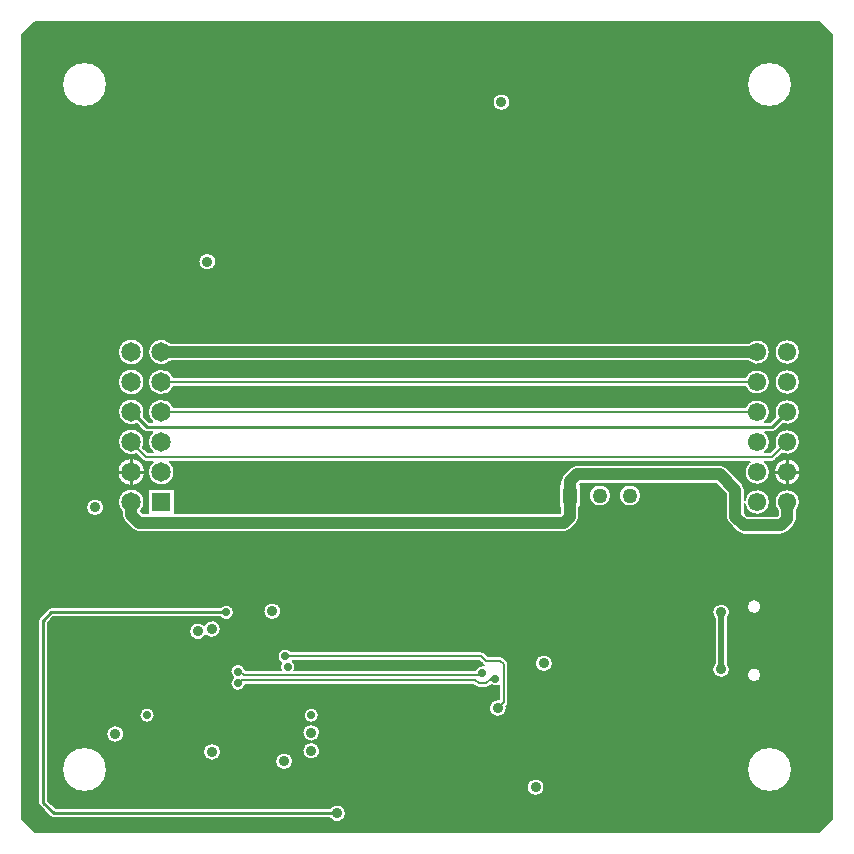
<source format=gbr>
G04 DesignSpark PCB PRO Gerber Version 10.0 Build 5299*
G04 #@! TF.Part,Single*
G04 #@! TF.FileFunction,Copper,L4,Bot*
G04 #@! TF.FilePolarity,Positive*
%FSLAX35Y35*%
%MOIN*%
G04 #@! TA.AperFunction,ComponentPad*
%ADD89R,0.05020X0.05020*%
%ADD29R,0.06496X0.06496*%
G04 #@! TD.AperFunction*
%ADD19C,0.00787*%
%ADD22C,0.00984*%
%ADD21C,0.01000*%
%ADD23C,0.01969*%
G04 #@! TA.AperFunction,ViaPad*
%ADD26C,0.02756*%
%ADD24C,0.03543*%
G04 #@! TD.AperFunction*
%ADD130C,0.03937*%
G04 #@! TA.AperFunction,ComponentPad*
%ADD90C,0.05020*%
%ADD28C,0.06102*%
%ADD72C,0.06496*%
G04 #@! TD.AperFunction*
X0Y0D02*
D02*
D19*
X14705Y268984D02*
Y7394D01*
X19061Y3037D01*
X280651D01*
X285008Y7394D01*
Y268984D01*
X280651Y273341D01*
X19061D01*
X14705Y268984D01*
X117502Y11122D02*
G75*
G02*
X122888Y9449I2433J-1673D01*
G01*
G75*
G02*
X117502Y7776I-2953J0D01*
G01*
X25447D01*
G75*
G02*
X24262Y8268I0J1673D01*
G01*
X20722Y11807D01*
G75*
G02*
X20230Y12992I1181J1185D01*
G01*
Y73619D01*
G75*
G02*
Y73621I793J2D01*
G01*
G75*
G02*
Y73622I683J0D01*
G01*
G75*
G02*
X20720Y74805I1673J0D01*
G01*
X23476Y77561D01*
G75*
G02*
X24663Y78051I1183J-1183D01*
G01*
X80991D01*
G75*
G02*
X85486Y76378I1936J-1673D01*
G01*
G75*
G02*
X80991Y74705I-2559J0D01*
G01*
X25352D01*
X23577Y72929D01*
Y13685D01*
X26140Y11122D01*
X117502D01*
X176560Y60169D02*
G75*
G02*
X177022Y59055I-1113J-1114D01*
G01*
Y46457D01*
G75*
G02*
X176560Y45343I-1575J0D01*
G01*
X176358Y45141D01*
G75*
G02*
X176431Y44488I-2880J-652D01*
G01*
G75*
G02*
X170526I-2953J0D01*
G01*
G75*
G02*
X173872Y47415I2953J0D01*
G01*
Y52061D01*
G75*
G02*
X171237Y52225I-1181J2270D01*
G01*
X170655Y51643D01*
G75*
G02*
X169539Y51181I-1114J1113D01*
G01*
X167181D01*
G75*
G02*
X166066Y51643I-2J1575D01*
G01*
X165346Y52362D01*
X89393D01*
G75*
G02*
X84305Y52756I-2529J394D01*
G01*
G75*
G02*
X85229Y54724I2559J0D01*
G01*
G75*
G02*
X84305Y56693I1635J1969D01*
G01*
G75*
G02*
X89373Y57199I2559J0D01*
G01*
X89485Y57087D01*
X101130D01*
G75*
G02*
X101245Y59648I2270J1181D01*
G01*
G75*
G02*
X100053Y61811I1367J2163D01*
G01*
G75*
G02*
X104629Y63386I2559J0D01*
G01*
X167964D01*
G75*
G02*
X169080Y62924I2J-1575D01*
G01*
X170194Y61811D01*
X174263D01*
G75*
G02*
X175379Y61350I2J-1575D01*
G01*
X176560Y60169D01*
X99266Y26772D02*
G75*
G02*
X105171I2953J0D01*
G01*
G75*
G02*
X99266I-2953J0D01*
G01*
X111274Y33268D02*
G75*
G02*
X114226Y30315I0J-2953D01*
G01*
G75*
G02*
X108321I-2953J0D01*
G01*
G75*
G02*
X111274Y33268I2953J0D01*
G01*
X108321Y36220D02*
G75*
G02*
X114226I2953J0D01*
G01*
G75*
G02*
X111274Y33268I-2953J0D01*
G01*
G75*
G02*
X108321Y36220I0J2953D01*
G01*
X108715Y42126D02*
G75*
G02*
X113833I2559J0D01*
G01*
G75*
G02*
X108715I-2559J0D01*
G01*
X28203Y24016D02*
G75*
G02*
X43163I7480J0D01*
G01*
G75*
G02*
X28203I-7480J0D01*
G01*
X42967Y35827D02*
G75*
G02*
X48872I2953J0D01*
G01*
G75*
G02*
X42967I-2953J0D01*
G01*
X53990Y42126D02*
G75*
G02*
X59108I2559J0D01*
G01*
G75*
G02*
X53990I-2559J0D01*
G01*
X75557Y72176D02*
G75*
G02*
X81156Y70866I2646J-1310D01*
G01*
G75*
G02*
X76124Y68769I-2953J0D01*
G01*
G75*
G02*
X70526Y70079I-2646J1310D01*
G01*
G75*
G02*
X75557Y72176I2953J0D01*
G01*
X75250Y29921D02*
G75*
G02*
X81156I2953J0D01*
G01*
G75*
G02*
X75250I-2953J0D01*
G01*
X28203Y252362D02*
G75*
G02*
X43163I7480J0D01*
G01*
G75*
G02*
X28203I-7480J0D01*
G01*
X36274Y111417D02*
G75*
G02*
X42179I2953J0D01*
G01*
G75*
G02*
X36274I-2953J0D01*
G01*
X46632Y123189D02*
G75*
G02*
X55915I4642J0D01*
G01*
G75*
G02*
X46632I-4642J0D01*
G01*
X265703Y113189D02*
G75*
G02*
X274167I4232J0D01*
G01*
G75*
G02*
X273085Y110362I-4233J0D01*
G01*
Y107480D01*
G75*
G02*
X272159Y105250I-3150J0D01*
G01*
X270196Y103287D01*
G75*
G02*
X267967Y102362I-2230J2224D01*
G01*
X255372D01*
G75*
G02*
X253141Y103285I-4J3150D01*
G01*
X250385Y106041D01*
G75*
G02*
X249463Y108268I2227J2227D01*
G01*
G75*
G02*
Y108269I1327J1D01*
G01*
G75*
G02*
Y108272I1195J2D01*
G01*
Y116018D01*
X246189Y119291D01*
X201161D01*
X200915Y119045D01*
X201185D01*
Y111663D01*
X200644D01*
Y108268D01*
G75*
G02*
X199719Y106038I-3150J0D01*
G01*
X197756Y104075D01*
G75*
G02*
X195526Y103150I-2230J2224D01*
G01*
X53793D01*
G75*
G02*
X51563Y104075I0J3150D01*
G01*
X49049Y106589D01*
G75*
G02*
X48124Y108819I2224J2230D01*
G01*
Y110075D01*
G75*
G02*
X46844Y113189I3150J3114D01*
G01*
G75*
G02*
X55703I4429J0D01*
G01*
G75*
G02*
X54447Y110100I-4429J0D01*
G01*
X55098Y109449D01*
X56844D01*
Y117618D01*
X65703D01*
Y109449D01*
X194221D01*
X194344Y109572D01*
Y111663D01*
X193803D01*
Y119045D01*
X194344D01*
Y120074D01*
G75*
G02*
Y120078I1211J2D01*
G01*
G75*
G02*
Y120079I1410J1D01*
G01*
G75*
G02*
X195267Y122306I3150J0D01*
G01*
X197629Y124668D01*
G75*
G02*
X199861Y125591I2227J-2227D01*
G01*
X247494D01*
G75*
G02*
X249724Y124665I0J-3150D01*
G01*
X254837Y119553D01*
G75*
G02*
X255762Y117323I-2224J-2230D01*
G01*
Y113894D01*
G75*
G02*
X264167Y113189I4173J-705D01*
G01*
G75*
G02*
X255762Y112484I-4232J0D01*
G01*
Y109572D01*
X256673Y108661D01*
X266662D01*
X266785Y108785D01*
Y110362D01*
G75*
G02*
X265703Y113189I3150J2827D01*
G01*
X256439Y55551D02*
G75*
G02*
X261360I2461J0D01*
G01*
G75*
G02*
X256439I-2461J0D01*
G01*
X256549Y24016D02*
G75*
G02*
X271510I7480J0D01*
G01*
G75*
G02*
X256549I-7480J0D01*
G01*
X256439Y78307D02*
G75*
G02*
X261360I2461J0D01*
G01*
G75*
G02*
X256439I-2461J0D01*
G01*
X203803Y115354D02*
G75*
G02*
X211185I3691J0D01*
G01*
G75*
G02*
X203803I-3691J0D01*
G01*
X213803D02*
G75*
G02*
X221185I3691J0D01*
G01*
G75*
G02*
X213803I-3691J0D01*
G01*
X244935Y76378D02*
G75*
G02*
X250841I2953J0D01*
G01*
G75*
G02*
X250053Y74370I-2953J0D01*
G01*
Y59488D01*
G75*
G02*
X250841Y57480I-2165J-2007D01*
G01*
G75*
G02*
X244935I-2953J0D01*
G01*
G75*
G02*
X245722Y59488I2953J0D01*
G01*
Y74370D01*
G75*
G02*
X244935Y76378I2165J2007D01*
G01*
X95329Y76772D02*
G75*
G02*
X101234I2953J0D01*
G01*
G75*
G02*
X95329I-2953J0D01*
G01*
X183124Y18110D02*
G75*
G02*
X189030I2953J0D01*
G01*
G75*
G02*
X183124I-2953J0D01*
G01*
X185880Y59449D02*
G75*
G02*
X191785I2953J0D01*
G01*
G75*
G02*
X185880I-2953J0D01*
G01*
X265703Y143189D02*
G75*
G02*
X274167I4232J0D01*
G01*
G75*
G02*
X268369Y139257I-4232J0D01*
G01*
X266120Y137008D01*
G75*
G02*
X264935Y136516I-1185J1181D01*
G01*
X262551D01*
G75*
G02*
X262366Y129724I-2616J-3327D01*
G01*
X264165D01*
X266020Y131580D01*
G75*
G02*
X265703Y133189I3915J1609D01*
G01*
G75*
G02*
X274167I4232J0D01*
G01*
G75*
G02*
X268216Y129322I-4232J0D01*
G01*
X265930Y127036D01*
G75*
G02*
X264815Y126575I-1114J1113D01*
G01*
X262474D01*
G75*
G02*
X264167Y123189I-2539J-3386D01*
G01*
G75*
G02*
X255703I-4232J0D01*
G01*
G75*
G02*
X257396Y126575I4232J0D01*
G01*
X64129D01*
G75*
G02*
X65703Y123189I-2856J-3386D01*
G01*
G75*
G02*
X56844I-4429J0D01*
G01*
G75*
G02*
X58418Y126575I4429J0D01*
G01*
X56079D01*
G75*
G02*
X54963Y127036I-2J1575D01*
G01*
X52922Y129078D01*
G75*
G02*
X46844Y133189I-1648J4111D01*
G01*
G75*
G02*
X55703I4429J0D01*
G01*
G75*
G02*
X55239Y131215I-4429J0D01*
G01*
X56729Y129724D01*
X58514D01*
G75*
G02*
X58350Y136516I2759J3465D01*
G01*
X56431D01*
G75*
G02*
X55246Y137008I0J1673D01*
G01*
X53100Y139154D01*
G75*
G02*
X46844Y143189I-1826J4035D01*
G01*
G75*
G02*
X55703I4429J0D01*
G01*
G75*
G02*
X55402Y141585I-4429J0D01*
G01*
X57124Y139862D01*
X58350D01*
G75*
G02*
X56844Y143189I2924J3327D01*
G01*
G75*
G02*
X65413Y144764I4429J0D01*
G01*
X256007D01*
G75*
G02*
X264167Y143189I3928J-1575D01*
G01*
G75*
G02*
X262551Y139862I-4232J0D01*
G01*
X264242D01*
X266003Y141623D01*
G75*
G02*
X265703Y143189I3932J1566D01*
G01*
X265490Y123189D02*
G75*
G02*
X274380I4445J0D01*
G01*
G75*
G02*
X265490I-4445J0D01*
G01*
X46844Y153189D02*
G75*
G02*
X55703I4429J0D01*
G01*
G75*
G02*
X46844I-4429J0D01*
G01*
Y163189D02*
G75*
G02*
X55703I4429J0D01*
G01*
G75*
G02*
X46844I-4429J0D01*
G01*
X256007Y154764D02*
G75*
G02*
X264167Y153189I3928J-1575D01*
G01*
G75*
G02*
X256007Y151614I-4232J0D01*
G01*
X65413D01*
G75*
G02*
X56844Y153189I-4140J1575D01*
G01*
G75*
G02*
X65413Y154764I4429J0D01*
G01*
X256007D01*
X257108Y166339D02*
G75*
G02*
X264167Y163189I2827J-3150D01*
G01*
G75*
G02*
X257108Y160039I-4232J0D01*
G01*
X64388D01*
G75*
G02*
X56844Y163189I-3114J3150D01*
G01*
G75*
G02*
X64388Y166339I4429J0D01*
G01*
X257108D01*
X73675Y193307D02*
G75*
G02*
X79581I2953J0D01*
G01*
G75*
G02*
X73675I-2953J0D01*
G01*
X171707Y246457D02*
G75*
G02*
X177612I2953J0D01*
G01*
G75*
G02*
X171707I-2953J0D01*
G01*
X256549Y252362D02*
G75*
G02*
X271510I7480J0D01*
G01*
G75*
G02*
X256549I-7480J0D01*
G01*
X265703Y153189D02*
G75*
G02*
X274167I4232J0D01*
G01*
G75*
G02*
X265703I-4232J0D01*
G01*
Y163189D02*
G75*
G02*
X274167I4232J0D01*
G01*
G75*
G02*
X265703I-4232J0D01*
G01*
X15098Y18110D02*
G36*
X15098Y18110D02*
Y7000D01*
X18668Y3431D01*
X281045D01*
X284614Y7000D01*
Y18110D01*
X268621D01*
G75*
G02*
X259438I-4591J5906D01*
G01*
X189030D01*
G75*
G02*
X183124I-2953J0D01*
G01*
X40274D01*
G75*
G02*
X31092I-4591J5906D01*
G01*
X23577D01*
Y13685D01*
X26140Y11122D01*
X117502D01*
G75*
G02*
X122888Y9449I2433J-1674D01*
G01*
G75*
G02*
X117502Y7776I-2953J0D01*
G01*
X25447D01*
G75*
G02*
X24262Y8268I0J1672D01*
G01*
X20722Y11807D01*
G75*
G02*
X20230Y12992I1181J1185D01*
G01*
Y18110D01*
X15098D01*
G37*
Y26772D02*
G36*
X15098Y26772D02*
Y18110D01*
X20230D01*
Y26772D01*
X15098D01*
G37*
X23577D02*
G36*
X23577Y26772D02*
Y18110D01*
X31092D01*
G75*
G02*
X28203Y24016I4591J5906D01*
G01*
G75*
G02*
X28729Y26772I7480J0D01*
G01*
X23577D01*
G37*
X43163Y24016D02*
G36*
X43163Y24016D02*
G75*
G02*
X40274Y18110I-7480J0D01*
G01*
X183124D01*
G75*
G02*
X189030I2953J0D01*
G01*
X259438D01*
G75*
G02*
X256549Y24016I4591J5906D01*
G01*
G75*
G02*
X257075Y26772I7480J0D01*
G01*
X105171D01*
G75*
G02*
X99266I-2953J0D01*
G01*
X42637D01*
G75*
G02*
X43163Y24016I-6954J-2756D01*
G01*
G37*
X271510D02*
G36*
X271510Y24016D02*
G75*
G02*
X268621Y18110I-7480J0D01*
G01*
X284614D01*
Y26772D01*
X270984D01*
G75*
G02*
X271510Y24016I-6954J-2756D01*
G01*
G37*
X15098Y30315D02*
G36*
X15098Y30315D02*
Y26772D01*
X20230D01*
Y30315D01*
X15098D01*
G37*
X23577D02*
G36*
X23577Y30315D02*
Y26772D01*
X28729D01*
G75*
G02*
X31649Y30315I6954J-2756D01*
G01*
X23577D01*
G37*
X39717D02*
G36*
X39717Y30315D02*
G75*
G02*
X42637Y26772I-4034J-6300D01*
G01*
X99266D01*
G75*
G02*
X105171I2953J0D01*
G01*
X257075D01*
G75*
G02*
X259995Y30315I6954J-2756D01*
G01*
X114226D01*
G75*
G02*
X108321I-2953J0D01*
G01*
X81129D01*
G75*
G02*
X81156Y29921I-2926J-394D01*
G01*
G75*
G02*
X75250I-2953J0D01*
G01*
G75*
G02*
X75276Y30315I2953J0D01*
G01*
X39717D01*
G37*
X268064D02*
G36*
X268064Y30315D02*
G75*
G02*
X270984Y26772I-4034J-6300D01*
G01*
X284614D01*
Y30315D01*
X268064D01*
G37*
X15098Y36220D02*
G36*
X15098Y36220D02*
Y30315D01*
X20230D01*
Y36220D01*
X15098D01*
G37*
X23577D02*
G36*
X23577Y36220D02*
Y30315D01*
X31649D01*
G75*
G02*
X39717I4034J-6299D01*
G01*
X75276D01*
G75*
G02*
X81129I2926J-394D01*
G01*
X108321D01*
G75*
G02*
X111274Y33268I2953J0D01*
G01*
G75*
G02*
X114226Y30315I0J-2953D01*
G01*
X259995D01*
G75*
G02*
X268064I4034J-6299D01*
G01*
X284614D01*
Y36220D01*
X114226D01*
G75*
G02*
X111274Y33268I-2953J0D01*
G01*
G75*
G02*
X108321Y36220I0J2953D01*
G01*
X48846D01*
G75*
G02*
X48872Y35827I-2926J-394D01*
G01*
G75*
G02*
X42967I-2953J0D01*
G01*
G75*
G02*
X42993Y36220I2953J0D01*
G01*
X23577D01*
G37*
X15098Y42717D02*
G36*
X15098Y42717D02*
Y36220D01*
X20230D01*
Y42717D01*
X15098D01*
G37*
X23577D02*
G36*
X23577Y42717D02*
Y36220D01*
X42993D01*
G75*
G02*
X48846I2926J-394D01*
G01*
X108321D01*
G75*
G02*
X114226I2953J0D01*
G01*
X284614D01*
Y42717D01*
X175841D01*
G75*
G02*
X171116I-2362J1772D01*
G01*
X113764D01*
G75*
G02*
X113833Y42126I-2490J-590D01*
G01*
G75*
G02*
X108715I-2559J0D01*
G01*
G75*
G02*
X108783Y42717I2559J1D01*
G01*
X59039D01*
G75*
G02*
X59108Y42126I-2490J-590D01*
G01*
G75*
G02*
X53990I-2559J0D01*
G01*
G75*
G02*
X54059Y42717I2559J1D01*
G01*
X23577D01*
G37*
X15098Y55551D02*
G36*
X15098Y55551D02*
Y42717D01*
X20230D01*
Y55551D01*
X15098D01*
G37*
X23577D02*
G36*
X23577Y55551D02*
Y42717D01*
X54059D01*
G75*
G02*
X59039I2490J-591D01*
G01*
X108783D01*
G75*
G02*
X113764I2490J-591D01*
G01*
X171116D01*
G75*
G02*
X170526Y44488I2362J1772D01*
G01*
G75*
G02*
X173872Y47415I2953J0D01*
G01*
Y52061D01*
G75*
G02*
X171237Y52225I-1181J2270D01*
G01*
X170655Y51643D01*
G75*
G02*
X169539Y51181I-1114J1115D01*
G01*
X167181D01*
G75*
G02*
X166066Y51643I-2J1576D01*
G01*
X165346Y52362D01*
X89393D01*
G75*
G02*
X84305Y52756I-2529J394D01*
G01*
G75*
G02*
X85229Y54724I2559J0D01*
G01*
G75*
G02*
X84574Y55551I1635J1968D01*
G01*
X23577D01*
G37*
X176431Y44488D02*
G36*
X176431Y44488D02*
G75*
G02*
X175841Y42717I-2953J0D01*
G01*
X284614D01*
Y55551D01*
X261360D01*
G75*
G02*
X256439I-2461J0D01*
G01*
X250123D01*
G75*
G02*
X245652I-2235J1929D01*
G01*
X177022D01*
Y46457D01*
G75*
G02*
X176560Y45343I-1575J0D01*
G01*
X176358Y45141D01*
G75*
G02*
X176431Y44491I-2865J-650D01*
G01*
G75*
G02*
Y44488I-3096J-1D01*
G01*
G37*
X15098Y59449D02*
G36*
X15098Y59449D02*
Y55551D01*
X20230D01*
Y59449D01*
X15098D01*
G37*
X23577D02*
G36*
X23577Y59449D02*
Y55551D01*
X84574D01*
G75*
G02*
X84305Y56693I2290J1142D01*
G01*
G75*
G02*
X89373Y57199I2559J0D01*
G01*
X89485Y57087D01*
X101130D01*
G75*
G02*
X100841Y58268I2270J1181D01*
G01*
G75*
G02*
X101130Y59449I2559J0D01*
G01*
X23577D01*
G37*
X177022Y59055D02*
G36*
X177022Y59055D02*
Y55551D01*
X245652D01*
G75*
G02*
X244935Y57480I2235J1929D01*
G01*
G75*
G02*
X245687Y59449I2953J0D01*
G01*
X191785D01*
G75*
G02*
X185880I-2953J0D01*
G01*
X176972D01*
G75*
G02*
X177022Y59055I-1525J-394D01*
G01*
G37*
X250841Y57480D02*
G36*
X250841Y57480D02*
G75*
G02*
X250123Y55551I-2953J0D01*
G01*
X256439D01*
G75*
G02*
X261360I2461J0D01*
G01*
X284614D01*
Y59449D01*
X250089D01*
G75*
G02*
X250841Y57480I-2201J-1969D01*
G01*
G37*
X15098Y70472D02*
G36*
X15098Y70472D02*
Y59449D01*
X20230D01*
Y70472D01*
X15098D01*
G37*
X23577D02*
G36*
X23577Y70472D02*
Y59449D01*
X101130D01*
G75*
G02*
X101245Y59648I2271J-1182D01*
G01*
G75*
G02*
X100053Y61811I1368J2163D01*
G01*
G75*
G02*
X104629Y63386I2559J0D01*
G01*
X167964D01*
G75*
G02*
X169080Y62924I2J-1576D01*
G01*
X170194Y61811D01*
X174263D01*
G75*
G02*
X175379Y61350I2J-1576D01*
G01*
X176560Y60169D01*
G75*
G02*
X176972Y59449I-1114J-1114D01*
G01*
X185880D01*
G75*
G02*
X191785I2953J0D01*
G01*
X245687D01*
G75*
G02*
X245722Y59488I2201J-1965D01*
G01*
Y70472D01*
X81129D01*
G75*
G02*
X76124Y68769I-2926J394D01*
G01*
G75*
G02*
X70526Y70079I-2646J1310D01*
G01*
G75*
G02*
X70552Y70472I2954J0D01*
G01*
X23577D01*
G37*
X250053D02*
G36*
X250053Y70472D02*
Y59488D01*
G75*
G02*
X250089Y59449I-2165J-2004D01*
G01*
X284614D01*
Y70472D01*
X250053D01*
G37*
X15098Y78307D02*
G36*
X15098Y78307D02*
Y70472D01*
X20230D01*
Y73619D01*
Y73621D01*
Y73622D01*
G75*
G02*
X20720Y74805I1676J-1D01*
G01*
X23476Y77561D01*
G75*
G02*
X24663Y78051I1183J-1184D01*
G01*
X80991D01*
G75*
G02*
X81246Y78307I1936J-1672D01*
G01*
X15098D01*
G37*
X23577Y72929D02*
G36*
X23577Y72929D02*
Y70472D01*
X70552D01*
G75*
G02*
X75557Y72176I2926J-394D01*
G01*
G75*
G02*
X81156Y70866I2646J-1310D01*
G01*
G75*
G02*
X81129Y70472I-2954J0D01*
G01*
X245722D01*
Y74370D01*
G75*
G02*
X244935Y76378I2165J2007D01*
G01*
G75*
G02*
X245652Y78307I2953J0D01*
G01*
X100804D01*
G75*
G02*
X101234Y76772I-2522J-1535D01*
G01*
G75*
G02*
X95329I-2953J0D01*
G01*
G75*
G02*
X95759Y78307I2953J0D01*
G01*
X84609D01*
G75*
G02*
X85486Y76378I-1681J-1929D01*
G01*
Y76378D01*
G75*
G02*
X80991Y74705I-2559J0D01*
G01*
X25352D01*
X23577Y72929D01*
G37*
X250053Y74370D02*
G36*
X250053Y74370D02*
Y70472D01*
X284614D01*
Y78307D01*
X261360D01*
G75*
G02*
X256439I-2461J0D01*
G01*
X250123D01*
G75*
G02*
X250841Y76378I-2235J-1929D01*
G01*
G75*
G02*
X250053Y74370I-2953J0D01*
G01*
G37*
X15098Y111417D02*
G36*
X15098Y111417D02*
Y78307D01*
X81246D01*
G75*
G02*
X84609I1681J-1929D01*
G01*
X95759D01*
G75*
G02*
X100804I2522J-1535D01*
G01*
X245652D01*
G75*
G02*
X250123I2235J-1929D01*
G01*
X256439D01*
G75*
G02*
X261360I2461J0D01*
G01*
X284614D01*
Y111417D01*
X273779D01*
G75*
G02*
X273085Y110362I-3844J1772D01*
G01*
Y107480D01*
G75*
G02*
X272159Y105250I-3151J0D01*
G01*
X270196Y103287D01*
G75*
G02*
X267967Y102362I-2230J2226D01*
G01*
X255372D01*
G75*
G02*
X253141Y103285I-4J3152D01*
G01*
X250385Y106041D01*
G75*
G02*
X249463Y108267I2227J2227D01*
G01*
Y108268D01*
Y108269D01*
Y108272D01*
Y111417D01*
X200644D01*
Y108268D01*
G75*
G02*
X199719Y106038I-3151J0D01*
G01*
X197756Y104075D01*
G75*
G02*
X195526Y103150I-2230J2226D01*
G01*
X53793D01*
G75*
G02*
X51563Y104075I0J3151D01*
G01*
X49049Y106589D01*
G75*
G02*
X48124Y108819I2226J2230D01*
G01*
Y110075D01*
G75*
G02*
X47214Y111417I3149J3114D01*
G01*
X42179D01*
G75*
G02*
X36274I-2953J0D01*
G01*
X15098D01*
G37*
X54447Y110100D02*
G36*
X54447Y110100D02*
X55098Y109449D01*
X56844D01*
Y111417D01*
X55333D01*
G75*
G02*
X54447Y110100I-4060J1772D01*
G01*
G37*
X65703Y111417D02*
G36*
X65703Y111417D02*
Y109449D01*
X194221D01*
X194344Y109572D01*
Y111417D01*
X65703D01*
G37*
X255762D02*
G36*
X255762Y111417D02*
Y109572D01*
X256673Y108661D01*
X266662D01*
X266785Y108785D01*
Y110362D01*
G75*
G02*
X266091Y111417I3150J2827D01*
G01*
X263779D01*
G75*
G02*
X256091I-3844J1771D01*
G01*
X255762D01*
G37*
X15098Y115354D02*
G36*
X15098Y115354D02*
Y111417D01*
X36274D01*
G75*
G02*
X42179I2953J0D01*
G01*
X47214D01*
G75*
G02*
X46844Y113189I4059J1771D01*
G01*
Y113189D01*
G75*
G02*
X47410Y115354I4429J0D01*
G01*
X15098D01*
G37*
X55703Y113189D02*
G36*
X55703Y113189D02*
G75*
G02*
X55333Y111417I-4430J1D01*
G01*
X56844D01*
Y115354D01*
X55137D01*
G75*
G02*
X55703Y113189I-3864J-2165D01*
G01*
G37*
X65703Y115354D02*
G36*
X65703Y115354D02*
Y111417D01*
X194344D01*
Y111663D01*
X193803D01*
Y115354D01*
X65703D01*
G37*
X200644Y111663D02*
G36*
X200644Y111663D02*
Y111417D01*
X249463D01*
Y115354D01*
X221185D01*
G75*
G02*
X213803I-3691J0D01*
G01*
X211185D01*
G75*
G02*
X203803I-3691J0D01*
G01*
X201185D01*
Y111663D01*
X200644D01*
G37*
X255762Y112484D02*
G36*
X255762Y112484D02*
Y111417D01*
X256091D01*
G75*
G02*
X255762Y112484I3844J1772D01*
G01*
G37*
Y115354D02*
G36*
X255762Y115354D02*
Y113894D01*
G75*
G02*
X256298Y115354I4173J-704D01*
G01*
X255762D01*
G37*
X264167Y113189D02*
G36*
X264167Y113189D02*
G75*
G02*
X263779Y111417I-4232J0D01*
G01*
X266091D01*
G75*
G02*
X265703Y113189I3844J1772D01*
G01*
G75*
G02*
X266299Y115354I4232J0D01*
G01*
X263572D01*
G75*
G02*
X264167Y113189I-3636J-2165D01*
G01*
Y113189D01*
Y113189D01*
G37*
X273571Y115354D02*
G36*
X273571Y115354D02*
G75*
G02*
X274167Y113189I-3636J-2166D01*
G01*
G75*
G02*
X273779Y111417I-4233J0D01*
G01*
X284614D01*
Y115354D01*
X273571D01*
G37*
X15098Y123189D02*
G36*
X15098Y123189D02*
Y115354D01*
X47410D01*
G75*
G02*
X55137I3864J-2165D01*
G01*
X56844D01*
Y117618D01*
X65703D01*
Y115354D01*
X193803D01*
Y119045D01*
X194344D01*
Y120074D01*
Y120078D01*
Y120079D01*
G75*
G02*
X195267Y122306I3151J0D01*
G01*
X196150Y123189D01*
X65703D01*
G75*
G02*
X56844I-4429J0D01*
G01*
X55915D01*
G75*
G02*
X46632I-4642J0D01*
G01*
X15098D01*
G37*
X201161Y119291D02*
G36*
X201161Y119291D02*
X200915Y119045D01*
X201185D01*
Y115354D01*
X203803D01*
G75*
G02*
X211185I3691J0D01*
G01*
X213803D01*
G75*
G02*
X221185I3691J0D01*
G01*
X249463D01*
Y116018D01*
X246189Y119291D01*
X201161D01*
G37*
X251200Y123189D02*
G36*
X251200Y123189D02*
X254837Y119553D01*
G75*
G02*
X255762Y117323I-2226J-2230D01*
G01*
Y115354D01*
X256298D01*
G75*
G02*
X263572I3637J-2165D01*
G01*
X266299D01*
G75*
G02*
X273571I3636J-2165D01*
G01*
X284614D01*
Y123189D01*
X274380D01*
G75*
G02*
X265490I-4445J0D01*
G01*
X264167D01*
G75*
G02*
X255703I-4232J0D01*
G01*
X251200D01*
G37*
X15098Y153189D02*
G36*
X15098Y153189D02*
Y123189D01*
X46632D01*
G75*
G02*
X55915I4642J0D01*
G01*
X56844D01*
Y123189D01*
G75*
G02*
X58418Y126575I4429J0D01*
G01*
X56079D01*
G75*
G02*
X54963Y127036I-2J1576D01*
G01*
X52922Y129078D01*
G75*
G02*
X46844Y133189I-1648J4111D01*
G01*
G75*
G02*
X55703I4429J0D01*
G01*
G75*
G02*
X55239Y131215I-4435J1D01*
G01*
X56729Y129724D01*
X58514D01*
G75*
G02*
X56844Y133189I2759J3465D01*
G01*
G75*
G02*
X58350Y136516I4429J0D01*
G01*
X56431D01*
G75*
G02*
X55246Y137008I0J1672D01*
G01*
X53100Y139154D01*
G75*
G02*
X46844Y143189I-1826J4035D01*
G01*
G75*
G02*
X55703I4429J0D01*
G01*
G75*
G02*
X55402Y141585I-4437J2D01*
G01*
X57124Y139862D01*
X58350D01*
G75*
G02*
X56844Y143189I2924J3327D01*
G01*
G75*
G02*
X65413Y144764I4429J0D01*
G01*
X256007D01*
G75*
G02*
X264167Y143189I3928J-1575D01*
G01*
G75*
G02*
X262551Y139862I-4234J1D01*
G01*
X264242D01*
X266003Y141623D01*
G75*
G02*
X265703Y143189I3941J1568D01*
G01*
G75*
G02*
X274167I4232J0D01*
G01*
G75*
G02*
X268369Y139257I-4232J0D01*
G01*
X266120Y137008D01*
G75*
G02*
X264935Y136516I-1185J1180D01*
G01*
X262551D01*
G75*
G02*
X264167Y133189I-2616J-3327D01*
G01*
G75*
G02*
X262366Y129724I-4232J0D01*
G01*
X264165D01*
X266020Y131580D01*
G75*
G02*
X265703Y133189I3922J1610D01*
G01*
G75*
G02*
X274167I4232J0D01*
G01*
Y133189D01*
G75*
G02*
X268216Y129322I-4232J0D01*
G01*
X265930Y127036D01*
G75*
G02*
X264815Y126575I-1114J1115D01*
G01*
X262474D01*
G75*
G02*
X264167Y123189I-2539J-3385D01*
G01*
Y123189D01*
X265490D01*
G75*
G02*
X274380I4445J0D01*
G01*
X284614D01*
Y153189D01*
X274167D01*
G75*
G02*
X265703I-4232J0D01*
G01*
X264167D01*
G75*
G02*
X256007Y151614I-4232J0D01*
G01*
X65413D01*
G75*
G02*
X56844Y153189I-4140J1575D01*
G01*
X55703D01*
G75*
G02*
X46844I-4429J0D01*
G01*
X15098D01*
G37*
X65703Y123189D02*
G36*
X65703Y123189D02*
Y123189D01*
X196150D01*
X197629Y124668D01*
G75*
G02*
X199861Y125591I2228J-2229D01*
G01*
X247494D01*
G75*
G02*
X249724Y124665I0J-3151D01*
G01*
X251200Y123189D01*
X255703D01*
Y123189D01*
G75*
G02*
X257396Y126575I4232J0D01*
G01*
X64129D01*
G75*
G02*
X65703Y123189I-2855J-3385D01*
G01*
G37*
X15098Y163189D02*
G36*
X15098Y163189D02*
Y153189D01*
X46844D01*
G75*
G02*
X55703I4429J0D01*
G01*
X56844D01*
G75*
G02*
X65413Y154764I4429J0D01*
G01*
X256007D01*
G75*
G02*
X264167Y153189I3928J-1575D01*
G01*
X265703D01*
G75*
G02*
X274167I4232J0D01*
G01*
X284614D01*
Y163189D01*
X274167D01*
G75*
G02*
X265703I-4232J0D01*
G01*
X264167D01*
G75*
G02*
X257108Y160039I-4232J0D01*
G01*
X64388D01*
G75*
G02*
X56844Y163189I-3114J3150D01*
G01*
X55703D01*
G75*
G02*
X46844I-4429J0D01*
G01*
X15098D01*
G37*
Y193307D02*
G36*
X15098Y193307D02*
Y163189D01*
X46844D01*
G75*
G02*
X55703I4429J0D01*
G01*
X56844D01*
G75*
G02*
X64388Y166339I4430J0D01*
G01*
X257108D01*
G75*
G02*
X264167Y163189I2827J-3150D01*
G01*
X265703D01*
G75*
G02*
X274167I4232J0D01*
G01*
X284614D01*
Y193307D01*
X79581D01*
G75*
G02*
X73675I-2953J0D01*
G01*
X15098D01*
G37*
Y246457D02*
G36*
X15098Y246457D02*
Y193307D01*
X73675D01*
G75*
G02*
X79581I2953J0D01*
G01*
X284614D01*
Y246457D01*
X268621D01*
G75*
G02*
X259438I-4591J5906D01*
G01*
X177612D01*
G75*
G02*
X171707I-2953J0D01*
G01*
X40274D01*
G75*
G02*
X31092I-4591J5906D01*
G01*
X15098D01*
G37*
Y252362D02*
G36*
X15098Y252362D02*
Y246457D01*
X31092D01*
G75*
G02*
X28203Y252362I4591J5906D01*
G01*
X15098D01*
G37*
X43163D02*
G36*
X43163Y252362D02*
G75*
G02*
X40274Y246457I-7480J0D01*
G01*
X171707D01*
G75*
G02*
X177612I2953J0D01*
G01*
X259438D01*
G75*
G02*
X256549Y252362I4591J5906D01*
G01*
X43163D01*
G37*
X271510D02*
G36*
X271510Y252362D02*
G75*
G02*
X268621Y246457I-7480J0D01*
G01*
X284614D01*
Y252362D01*
X271510D01*
G37*
X15098Y269378D02*
G36*
X15098Y269378D02*
Y252362D01*
X28203D01*
G75*
G02*
X43163I7480J0D01*
G01*
X256549D01*
G75*
G02*
X271510I7480J0D01*
G01*
X284614D01*
Y269378D01*
X281045Y272947D01*
X18668D01*
X15098Y269378D01*
G37*
X51274Y133189D02*
X51037D01*
X56077Y128150D01*
X264817D01*
X269856Y133189D01*
X269935D01*
X61274Y143189D02*
X259935D01*
X61274Y153189D02*
X259935D01*
X86864Y56693D02*
X87652D01*
X88833Y55512D01*
X166785D01*
X167573Y56299D01*
X168360D01*
X102612Y61811D02*
X167967D01*
X169541Y60236D01*
X174266D01*
X175447Y59055D01*
Y46457D01*
X173478Y44488D01*
X167314Y60236D02*
X105035D01*
G75*
G02*
X105670Y57087I-1635J-1969D01*
G01*
X165925D01*
G75*
G02*
X168888Y58803I2435J-787D01*
G01*
G75*
G02*
X168428Y59123I654J1432D01*
G01*
X167314Y60236D01*
G36*
X167314Y60236D02*
X105035D01*
G75*
G02*
X105670Y57087I-1635J-1969D01*
G01*
X165925D01*
G75*
G02*
X168888Y58803I2435J-787D01*
G01*
G75*
G02*
X168428Y59123I654J1432D01*
G01*
X167314Y60236D01*
G37*
X172691Y54331D02*
X171116D01*
X169541Y52756D01*
X167179D01*
X165998Y53937D01*
X88045D01*
X86864Y52756D01*
D02*
D21*
X48526Y123189D02*
X46526D01*
X51274Y120441D02*
Y118441D01*
Y125937D02*
Y127937D01*
X54022Y123189D02*
X56022D01*
X267384D02*
X265384D01*
X269935Y120638D02*
Y118638D01*
Y125740D02*
Y127740D01*
X272486Y123189D02*
X274486D01*
D02*
D22*
X51274Y143189D02*
X51431D01*
X56431Y138189D01*
X264935D01*
X269935Y143189D01*
X82927Y76378D02*
X24659D01*
X21904Y73622D01*
Y12992D01*
X25447Y9449D01*
X119935D01*
D02*
D23*
X247888Y57480D02*
Y76378D01*
D02*
D24*
X25447Y41339D03*
X39226Y111417D03*
X45919Y35827D03*
X56549Y22835D03*
X57337Y60236D03*
X61274Y68110D03*
X63636Y92913D03*
X71116Y98819D03*
Y177559D03*
Y216929D03*
Y256299D03*
X73478Y18110D03*
Y70079D03*
Y86614D03*
X76628Y187008D03*
Y193307D03*
X78203Y29921D03*
Y70866D03*
X82927Y18110D03*
X91195D03*
X93557Y86614D03*
X95132Y181890D03*
X97100Y18110D03*
X98281Y76772D03*
X102219Y26772D03*
X110486Y98819D03*
Y177559D03*
Y222835D03*
Y256299D03*
X111274Y30315D03*
Y36220D03*
X119935Y9449D03*
X122691Y58661D03*
X128990Y30315D03*
Y36220D03*
Y42126D03*
X132533Y9843D03*
X145919Y44488D03*
X149856Y98819D03*
Y177559D03*
X159699Y200787D03*
X173478Y44488D03*
X174659Y246457D03*
X186077Y18110D03*
X188833Y59449D03*
X189226Y98819D03*
Y177559D03*
Y222835D03*
Y256299D03*
X194344Y47638D03*
X204974Y44488D03*
X224266Y105906D03*
X228596Y177559D03*
Y216929D03*
Y256299D03*
X238439Y101969D03*
X240801Y46063D03*
Y83465D03*
X247888Y48031D03*
Y57480D03*
Y76378D03*
X249069Y92126D03*
D02*
D26*
X56549Y42126D03*
X82927Y76378D03*
X86864Y52756D03*
Y56693D03*
X102612Y61811D03*
X103400Y58268D03*
X111274Y42126D03*
X168360Y56299D03*
X172691Y54331D03*
D02*
D28*
X259935Y113189D03*
Y123189D03*
Y133189D03*
Y143189D03*
Y153189D03*
Y163189D03*
X269935Y113189D03*
Y123189D03*
Y133189D03*
Y143189D03*
Y153189D03*
Y163189D03*
D02*
D29*
X61274Y113189D03*
D02*
D72*
X51274D03*
Y123189D03*
Y133189D03*
Y143189D03*
Y153189D03*
Y163189D03*
X61274Y123189D03*
Y133189D03*
Y143189D03*
Y153189D03*
Y163189D03*
D02*
D89*
X197494Y115354D03*
D02*
D90*
X207494D03*
X217494D03*
D02*
D130*
X51274Y113189D02*
Y108819D01*
X53793Y106299D01*
X195526D01*
X197494Y108268D01*
Y115354D01*
X61274Y163189D02*
X259935D01*
X269935Y113189D02*
Y107480D01*
X267967Y105512D01*
X255368D01*
X252612Y108268D01*
Y117323D01*
X247494Y122441D01*
X199856D01*
X197494Y120079D01*
Y115354D01*
X0Y0D02*
M02*

</source>
